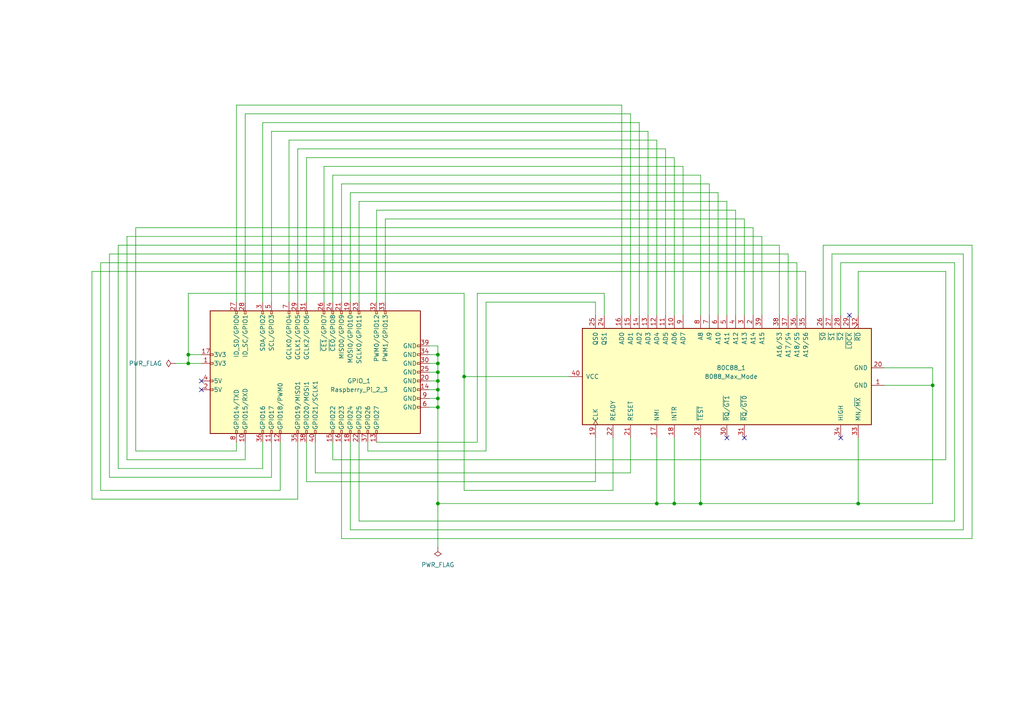
<source format=kicad_sch>
(kicad_sch (version 20211123) (generator eeschema)
  (paper "A4")
  (title_block (title "VirtualXT - RaspberryPI HW Validator") (date "2023-01-11") (rev "2"))
  (lib_symbols
    (symbol "Connector:Raspberry_Pi_2_3" (pin_names (offset 1.016))
      (property "Reference" "J" (at -17.78 31.75 0))
      (property "Value" "Raspberry_Pi_2_3" (at 10.16 -31.75 0))
      (symbol "Raspberry_Pi_2_3_0_1"
        (rectangle (start -17.78 30.48) (end 17.78 -30.48) (stroke (width 0.254)) (fill (type background)))
      )
      (symbol "Raspberry_Pi_2_3_1_1"
        (rectangle (start -16.891 -17.526) (end -17.78 -18.034))
        (rectangle (start -16.891 -14.986) (end -17.78 -15.494))
        (rectangle (start -16.891 -12.446) (end -17.78 -12.954))
        (rectangle (start -16.891 -9.906) (end -17.78 -10.414))
        (rectangle (start -16.891 -7.366) (end -17.78 -7.874))
        (rectangle (start -16.891 -4.826) (end -17.78 -5.334))
        (rectangle (start -16.891 0.254) (end -17.78 -0.254))
        (rectangle (start -16.891 2.794) (end -17.78 2.286))
        (rectangle (start -16.891 5.334) (end -17.78 4.826))
        (rectangle (start -16.891 10.414) (end -17.78 9.906))
        (rectangle (start -16.891 12.954) (end -17.78 12.446))
        (rectangle (start -16.891 15.494) (end -17.78 14.986))
        (rectangle (start -16.891 20.574) (end -17.78 20.066))
        (rectangle (start -16.891 23.114) (end -17.78 22.606))
        (rectangle (start -10.414 -29.591) (end -9.906 -30.48))
        (rectangle (start -7.874 -29.591) (end -7.366 -30.48))
        (rectangle (start -5.334 -29.591) (end -4.826 -30.48))
        (rectangle (start -5.334 30.48) (end -4.826 29.591))
        (rectangle (start -2.794 -29.591) (end -2.286 -30.48))
        (rectangle (start -2.794 30.48) (end -2.286 29.591))
        (rectangle (start -0.254 -29.591) (end 0.254 -30.48))
        (rectangle (start 2.286 -29.591) (end 2.794 -30.48))
        (rectangle (start 2.286 30.48) (end 2.794 29.591))
        (rectangle (start 4.826 -29.591) (end 5.334 -30.48))
        (rectangle (start 4.826 30.48) (end 5.334 29.591))
        (rectangle (start 7.366 -29.591) (end 7.874 -30.48))
        (rectangle (start 17.78 -20.066) (end 16.891 -20.574))
        (rectangle (start 17.78 -17.526) (end 16.891 -18.034))
        (rectangle (start 17.78 -12.446) (end 16.891 -12.954))
        (rectangle (start 17.78 -9.906) (end 16.891 -10.414))
        (rectangle (start 17.78 -7.366) (end 16.891 -7.874))
        (rectangle (start 17.78 -4.826) (end 16.891 -5.334))
        (rectangle (start 17.78 -2.286) (end 16.891 -2.794))
        (rectangle (start 17.78 2.794) (end 16.891 2.286))
        (rectangle (start 17.78 5.334) (end 16.891 4.826))
        (rectangle (start 17.78 7.874) (end 16.891 7.366))
        (rectangle (start 17.78 12.954) (end 16.891 12.446))
        (rectangle (start 17.78 15.494) (end 16.891 14.986))
        (rectangle (start 17.78 20.574) (end 16.891 20.066))
        (rectangle (start 17.78 23.114) (end 16.891 22.606))
        (pin power_in line (at 2.54 33.02 270) (length 2.54) (name "3V3") (number "1"))
        (pin bidirectional line (at -20.32 20.32 0) (length 2.54) (name "GPIO15/RXD") (number "10"))
        (pin bidirectional line (at -20.32 12.7 0) (length 2.54) (name "GPIO17") (number "11"))
        (pin bidirectional line (at -20.32 10.16 0) (length 2.54) (name "GPIO18/PWM0") (number "12"))
        (pin bidirectional line (at -20.32 -17.78 0) (length 2.54) (name "GPIO27") (number "13"))
        (pin power_in line (at -5.08 -33.02 90) (length 2.54) (name "GND") (number "14"))
        (pin bidirectional line (at -20.32 -5.08 0) (length 2.54) (name "GPIO22") (number "15"))
        (pin bidirectional line (at -20.32 -7.62 0) (length 2.54) (name "GPIO23") (number "16"))
        (pin power_in line (at 5.08 33.02 270) (length 2.54) (name "3V3") (number "17"))
        (pin bidirectional line (at -20.32 -10.16 0) (length 2.54) (name "GPIO24") (number "18"))
        (pin bidirectional line (at 20.32 -10.16 180) (length 2.54) (name "MOSI0/GPIO10") (number "19"))
        (pin power_in line (at -5.08 33.02 270) (length 2.54) (name "5V") (number "2"))
        (pin power_in line (at -2.54 -33.02 90) (length 2.54) (name "GND") (number "20"))
        (pin bidirectional line (at 20.32 -7.62 180) (length 2.54) (name "MISO0/GPIO9") (number "21"))
        (pin bidirectional line (at -20.32 -12.7 0) (length 2.54) (name "GPIO25") (number "22"))
        (pin bidirectional line (at 20.32 -12.7 180) (length 2.54) (name "SCLK0/GPIO11") (number "23"))
        (pin bidirectional line (at 20.32 -5.08 180) (length 2.54) (name "~{CE0}/GPIO8") (number "24"))
        (pin power_in line (at 0 -33.02 90) (length 2.54) (name "GND") (number "25"))
        (pin bidirectional line (at 20.32 -2.54 180) (length 2.54) (name "~{CE1}/GPIO7") (number "26"))
        (pin bidirectional line (at 20.32 22.86 180) (length 2.54) (name "ID_SD/GPIO0") (number "27"))
        (pin bidirectional line (at 20.32 20.32 180) (length 2.54) (name "ID_SC/GPIO1") (number "28"))
        (pin bidirectional line (at 20.32 5.08 180) (length 2.54) (name "GCLK1/GPIO5") (number "29"))
        (pin bidirectional line (at 20.32 15.24 180) (length 2.54) (name "SDA/GPIO2") (number "3"))
        (pin power_in line (at 2.54 -33.02 90) (length 2.54) (name "GND") (number "30"))
        (pin bidirectional line (at 20.32 2.54 180) (length 2.54) (name "GCLK2/GPIO6") (number "31"))
        (pin bidirectional line (at 20.32 -17.78 180) (length 2.54) (name "PWM0/GPIO12") (number "32"))
        (pin bidirectional line (at 20.32 -20.32 180) (length 2.54) (name "PWM1/GPIO13") (number "33"))
        (pin power_in line (at 5.08 -33.02 90) (length 2.54) (name "GND") (number "34"))
        (pin bidirectional line (at -20.32 5.08 0) (length 2.54) (name "GPIO19/MISO1") (number "35"))
        (pin bidirectional line (at -20.32 15.24 0) (length 2.54) (name "GPIO16") (number "36"))
        (pin bidirectional line (at -20.32 -15.24 0) (length 2.54) (name "GPIO26") (number "37"))
        (pin bidirectional line (at -20.32 2.54 0) (length 2.54) (name "GPIO20/MOSI1") (number "38"))
        (pin power_in line (at 7.62 -33.02 90) (length 2.54) (name "GND") (number "39"))
        (pin power_in line (at -2.54 33.02 270) (length 2.54) (name "5V") (number "4"))
        (pin bidirectional line (at -20.32 0 0) (length 2.54) (name "GPIO21/SCLK1") (number "40"))
        (pin bidirectional line (at 20.32 12.7 180) (length 2.54) (name "SCL/GPIO3") (number "5"))
        (pin power_in line (at -10.16 -33.02 90) (length 2.54) (name "GND") (number "6"))
        (pin bidirectional line (at 20.32 7.62 180) (length 2.54) (name "GCLK0/GPIO4") (number "7"))
        (pin bidirectional line (at -20.32 22.86 0) (length 2.54) (name "GPIO14/TXD") (number "8"))
        (pin power_in line (at -7.62 -33.02 90) (length 2.54) (name "GND") (number "9"))
      )
    )
    (symbol "MCU_Intel:8088_Max_Mode" (pin_names (offset 1.016))
      (property "Reference" "U" (at -12.7 43.18 0))
      (property "Value" "8088_Max_Mode" (at 10.16 43.18 0))
      (symbol "8088_Max_Mode_0_1"
        (rectangle (start 13.97 -41.91) (end -13.97 41.91) (stroke (width 0.254)) (fill (type background)))
      )
      (symbol "8088_Max_Mode_1_1"
        (pin power_in line (at -2.54 -45.72 90) (length 3.81) (name "GND") (number "1"))
        (pin bidirectional line (at 17.78 15.24 180) (length 3.81) (name "AD6") (number "10"))
        (pin bidirectional line (at 17.78 17.78 180) (length 3.81) (name "AD5") (number "11"))
        (pin bidirectional line (at 17.78 20.32 180) (length 3.81) (name "AD4") (number "12"))
        (pin bidirectional line (at 17.78 22.86 180) (length 3.81) (name "AD3") (number "13"))
        (pin bidirectional line (at 17.78 25.4 180) (length 3.81) (name "AD2") (number "14"))
        (pin bidirectional line (at 17.78 27.94 180) (length 3.81) (name "AD1") (number "15"))
        (pin bidirectional line (at 17.78 30.48 180) (length 3.81) (name "AD0") (number "16"))
        (pin input line (at -17.78 20.32 0) (length 3.81) (name "NMI") (number "17"))
        (pin input line (at -17.78 15.24 0) (length 3.81) (name "INTR") (number "18"))
        (pin input clock (at -17.78 38.1 0) (length 3.81) (name "CLK") (number "19"))
        (pin output line (at 17.78 -7.62 180) (length 3.81) (name "A14") (number "2"))
        (pin power_in line (at 2.54 -45.72 90) (length 3.81) (name "GND") (number "20"))
        (pin input line (at -17.78 27.94 0) (length 3.81) (name "RESET") (number "21"))
        (pin input line (at -17.78 33.02 0) (length 3.81) (name "READY") (number "22"))
        (pin input line (at -17.78 7.62 0) (length 3.81) (name "~{TEST}") (number "23"))
        (pin output line (at 17.78 35.56 180) (length 3.81) (name "QS1") (number "24"))
        (pin output line (at 17.78 38.1 180) (length 3.81) (name "QS0") (number "25"))
        (pin output line (at 17.78 -27.94 180) (length 3.81) (name "~{S0}") (number "26"))
        (pin output line (at 17.78 -30.48 180) (length 3.81) (name "~{S1}") (number "27"))
        (pin output line (at 17.78 -33.02 180) (length 3.81) (name "~{S2}") (number "28"))
        (pin output line (at 17.78 -35.56 180) (length 3.81) (name "~{LOCK}") (number "29"))
        (pin output line (at 17.78 -5.08 180) (length 3.81) (name "A13") (number "3"))
        (pin bidirectional line (at -17.78 0 0) (length 3.81) (name "~{RQ}/~{GT1}") (number "30"))
        (pin bidirectional line (at -17.78 -5.08 0) (length 3.81) (name "~{RQ}/~{GT0}") (number "31"))
        (pin output output_low (at 17.78 -38.1 180) (length 3.81) (name "~{RD}") (number "32"))
        (pin input line (at -17.78 -38.1 0) (length 3.81) (name "MN/~{MX}") (number "33"))
        (pin output line (at -17.78 -33.02 0) (length 3.81) (name "HIGH") (number "34"))
        (pin output line (at 17.78 -22.86 180) (length 3.81) (name "A19/S6") (number "35"))
        (pin output line (at 17.78 -20.32 180) (length 3.81) (name "A18/S5") (number "36"))
        (pin output line (at 17.78 -17.78 180) (length 3.81) (name "A17/S4") (number "37"))
        (pin output line (at 17.78 -15.24 180) (length 3.81) (name "A16/S3") (number "38"))
        (pin output line (at 17.78 -10.16 180) (length 3.81) (name "A15") (number "39"))
        (pin output line (at 17.78 -2.54 180) (length 3.81) (name "A12") (number "4"))
        (pin power_in line (at 0 45.72 270) (length 3.81) (name "VCC") (number "40"))
        (pin output line (at 17.78 0 180) (length 3.81) (name "A11") (number "5"))
        (pin output line (at 17.78 2.54 180) (length 3.81) (name "A10") (number "6"))
        (pin output line (at 17.78 5.08 180) (length 3.81) (name "A9") (number "7"))
        (pin output line (at 17.78 7.62 180) (length 3.81) (name "A8") (number "8"))
        (pin bidirectional line (at 17.78 12.7 180) (length 3.81) (name "AD7") (number "9"))
      )
    )
    (symbol "power:PWR_FLAG" (power) (pin_numbers hide) (pin_names (offset 0) hide)
      (property "Value" "PWR_FLAG" (at 0 3.81 0))
      (symbol "PWR_FLAG_0_0"
        (pin power_out line (at 0 0 90) (length 0) (name "pwr") (number "1"))
      )
      (symbol "PWR_FLAG_0_1"
        (polyline (pts (xy 0 0) (xy 0 1.27) (xy -1.016 1.905) (xy 0 2.54) (xy 1.016 1.905) (xy 0 1.27)))
      )
    )
  )
  (junction (at 248.92 146.05))
  (junction (at 54.61 105.41))
  (junction (at 127 118.11))
  (junction (at 127 146.05))
  (junction (at 195.58 146.05))
  (junction (at 134.62 109.22))
  (junction (at 190.5 146.05))
  (junction (at 127 105.41))
  (junction (at 127 107.95))
  (junction (at 127 102.87))
  (junction (at 127 110.49))
  (junction (at 54.61 102.87))
  (junction (at 203.2 146.05))
  (junction (at 127 115.57))
  (junction (at 127 113.03))
  (junction (at 270.51 111.76))
  (no_connect (at 210.82 127))
  (no_connect (at 58.42 110.49))
  (no_connect (at 58.42 113.03))
  (no_connect (at 246.38 91.44))
  (no_connect (at 215.9 127))
  (no_connect (at 243.84 127))
  (wire (pts (xy 177.8 127) (xy 177.8 142.24)))
  (wire (pts (xy 140.97 130.81) (xy 140.97 87.63)))
  (wire (pts (xy 180.34 30.48) (xy 180.34 91.44)))
  (wire (pts (xy 195.58 146.05) (xy 203.2 146.05)))
  (wire (pts (xy 243.84 76.2) (xy 243.84 91.44)))
  (wire (pts (xy 127 113.03) (xy 127 115.57)))
  (wire (pts (xy 54.61 85.09) (xy 134.62 85.09)))
  (wire (pts (xy 124.46 118.11) (xy 127 118.11)))
  (wire (pts (xy 124.46 100.33) (xy 127 100.33)))
  (wire (pts (xy 78.74 38.1) (xy 78.74 87.63)))
  (wire (pts (xy 104.14 58.42) (xy 104.14 87.63)))
  (wire (pts (xy 276.86 76.2) (xy 276.86 151.13)))
  (wire (pts (xy 190.5 146.05) (xy 195.58 146.05)))
  (wire (pts (xy 281.94 71.12) (xy 238.76 71.12)))
  (wire (pts (xy 172.72 139.7) (xy 88.9 139.7)))
  (wire (pts (xy 276.86 151.13) (xy 104.14 151.13)))
  (wire (pts (xy 88.9 45.72) (xy 88.9 87.63)))
  (wire (pts (xy 99.06 128.27) (xy 99.06 156.21)))
  (wire (pts (xy 96.52 50.8) (xy 203.2 50.8)))
  (wire (pts (xy 134.62 85.09) (xy 134.62 109.22)))
  (wire (pts (xy 208.28 55.88) (xy 208.28 91.44)))
  (wire (pts (xy 39.37 66.04) (xy 218.44 66.04)))
  (wire (pts (xy 281.94 156.21) (xy 281.94 71.12)))
  (wire (pts (xy 71.12 33.02) (xy 71.12 87.63)))
  (wire (pts (xy 134.62 109.22) (xy 134.62 142.24)))
  (wire (pts (xy 274.32 78.74) (xy 248.92 78.74)))
  (wire (pts (xy 270.51 111.76) (xy 270.51 106.68)))
  (wire (pts (xy 104.14 151.13) (xy 104.14 128.27)))
  (wire (pts (xy 228.6 73.66) (xy 228.6 91.44)))
  (wire (pts (xy 111.76 63.5) (xy 111.76 87.63)))
  (wire (pts (xy 279.4 73.66) (xy 279.4 153.67)))
  (wire (pts (xy 127 100.33) (xy 127 102.87)))
  (wire (pts (xy 106.68 130.81) (xy 140.97 130.81)))
  (wire (pts (xy 34.29 71.12) (xy 34.29 135.89)))
  (wire (pts (xy 54.61 102.87) (xy 54.61 85.09)))
  (wire (pts (xy 127 146.05) (xy 127 158.75)))
  (wire (pts (xy 187.96 38.1) (xy 187.96 91.44)))
  (wire (pts (xy 203.2 127) (xy 203.2 146.05)))
  (wire (pts (xy 36.83 68.58) (xy 36.83 133.35)))
  (wire (pts (xy 127 102.87) (xy 127 105.41)))
  (wire (pts (xy 68.58 30.48) (xy 180.34 30.48)))
  (wire (pts (xy 93.98 48.26) (xy 198.12 48.26)))
  (wire (pts (xy 127 146.05) (xy 190.5 146.05)))
  (wire (pts (xy 86.36 43.18) (xy 193.04 43.18)))
  (wire (pts (xy 36.83 133.35) (xy 71.12 133.35)))
  (wire (pts (xy 29.21 142.24) (xy 81.28 142.24)))
  (wire (pts (xy 96.52 50.8) (xy 96.52 87.63)))
  (wire (pts (xy 109.22 60.96) (xy 213.36 60.96)))
  (wire (pts (xy 78.74 138.43) (xy 31.75 138.43)))
  (wire (pts (xy 238.76 71.12) (xy 238.76 91.44)))
  (wire (pts (xy 233.68 78.74) (xy 233.68 91.44)))
  (wire (pts (xy 99.06 156.21) (xy 281.94 156.21)))
  (wire (pts (xy 68.58 30.48) (xy 68.58 87.63)))
  (wire (pts (xy 193.04 43.18) (xy 193.04 91.44)))
  (wire (pts (xy 182.88 127) (xy 182.88 137.16)))
  (wire (pts (xy 218.44 66.04) (xy 218.44 91.44)))
  (wire (pts (xy 226.06 71.12) (xy 226.06 91.44)))
  (wire (pts (xy 124.46 110.49) (xy 127 110.49)))
  (wire (pts (xy 104.14 58.42) (xy 210.82 58.42)))
  (wire (pts (xy 31.75 138.43) (xy 31.75 73.66)))
  (wire (pts (xy 68.58 130.81) (xy 39.37 130.81)))
  (wire (pts (xy 256.54 111.76) (xy 270.51 111.76)))
  (wire (pts (xy 190.5 127) (xy 190.5 146.05)))
  (wire (pts (xy 86.36 144.78) (xy 26.67 144.78)))
  (wire (pts (xy 175.26 85.09) (xy 175.26 91.44)))
  (wire (pts (xy 86.36 128.27) (xy 86.36 144.78)))
  (wire (pts (xy 203.2 50.8) (xy 203.2 91.44)))
  (wire (pts (xy 34.29 71.12) (xy 226.06 71.12)))
  (wire (pts (xy 99.06 53.34) (xy 205.74 53.34)))
  (wire (pts (xy 185.42 35.56) (xy 185.42 91.44)))
  (wire (pts (xy 279.4 153.67) (xy 101.6 153.67)))
  (wire (pts (xy 81.28 142.24) (xy 81.28 128.27)))
  (wire (pts (xy 198.12 48.26) (xy 198.12 91.44)))
  (wire (pts (xy 71.12 33.02) (xy 182.88 33.02)))
  (wire (pts (xy 83.82 40.64) (xy 190.5 40.64)))
  (wire (pts (xy 124.46 115.57) (xy 127 115.57)))
  (wire (pts (xy 213.36 60.96) (xy 213.36 91.44)))
  (wire (pts (xy 36.83 68.58) (xy 220.98 68.58)))
  (wire (pts (xy 76.2 35.56) (xy 76.2 87.63)))
  (wire (pts (xy 127 118.11) (xy 127 146.05)))
  (wire (pts (xy 127 107.95) (xy 127 110.49)))
  (wire (pts (xy 26.67 144.78) (xy 26.67 78.74)))
  (wire (pts (xy 127 110.49) (xy 127 113.03)))
  (wire (pts (xy 215.9 63.5) (xy 215.9 91.44)))
  (wire (pts (xy 50.8 105.41) (xy 54.61 105.41)))
  (wire (pts (xy 96.52 133.35) (xy 274.32 133.35)))
  (wire (pts (xy 76.2 35.56) (xy 185.42 35.56)))
  (wire (pts (xy 172.72 87.63) (xy 172.72 91.44)))
  (wire (pts (xy 134.62 109.22) (xy 165.1 109.22)))
  (wire (pts (xy 124.46 113.03) (xy 127 113.03)))
  (wire (pts (xy 270.51 146.05) (xy 270.51 111.76)))
  (wire (pts (xy 127 105.41) (xy 127 107.95)))
  (wire (pts (xy 83.82 40.64) (xy 83.82 87.63)))
  (wire (pts (xy 274.32 78.74) (xy 274.32 133.35)))
  (wire (pts (xy 172.72 127) (xy 172.72 139.7)))
  (wire (pts (xy 205.74 53.34) (xy 205.74 91.44)))
  (wire (pts (xy 241.3 73.66) (xy 279.4 73.66)))
  (wire (pts (xy 29.21 76.2) (xy 231.14 76.2)))
  (wire (pts (xy 78.74 38.1) (xy 187.96 38.1)))
  (wire (pts (xy 26.67 78.74) (xy 233.68 78.74)))
  (wire (pts (xy 78.74 128.27) (xy 78.74 138.43)))
  (wire (pts (xy 177.8 142.24) (xy 134.62 142.24)))
  (wire (pts (xy 195.58 127) (xy 195.58 146.05)))
  (wire (pts (xy 76.2 135.89) (xy 76.2 128.27)))
  (wire (pts (xy 243.84 76.2) (xy 276.86 76.2)))
  (wire (pts (xy 109.22 60.96) (xy 109.22 87.63)))
  (wire (pts (xy 127 115.57) (xy 127 118.11)))
  (wire (pts (xy 138.43 85.09) (xy 175.26 85.09)))
  (wire (pts (xy 124.46 105.41) (xy 127 105.41)))
  (wire (pts (xy 71.12 133.35) (xy 71.12 128.27)))
  (wire (pts (xy 101.6 55.88) (xy 101.6 87.63)))
  (wire (pts (xy 106.68 128.27) (xy 106.68 130.81)))
  (wire (pts (xy 29.21 76.2) (xy 29.21 142.24)))
  (wire (pts (xy 54.61 102.87) (xy 54.61 105.41)))
  (wire (pts (xy 109.22 128.27) (xy 138.43 128.27)))
  (wire (pts (xy 91.44 128.27) (xy 91.44 137.16)))
  (wire (pts (xy 39.37 66.04) (xy 39.37 130.81)))
  (wire (pts (xy 270.51 106.68) (xy 256.54 106.68)))
  (wire (pts (xy 96.52 128.27) (xy 96.52 133.35)))
  (wire (pts (xy 54.61 102.87) (xy 58.42 102.87)))
  (wire (pts (xy 231.14 76.2) (xy 231.14 91.44)))
  (wire (pts (xy 241.3 73.66) (xy 241.3 91.44)))
  (wire (pts (xy 99.06 53.34) (xy 99.06 87.63)))
  (wire (pts (xy 182.88 137.16) (xy 91.44 137.16)))
  (wire (pts (xy 93.98 48.26) (xy 93.98 87.63)))
  (wire (pts (xy 54.61 105.41) (xy 58.42 105.41)))
  (wire (pts (xy 101.6 55.88) (xy 208.28 55.88)))
  (wire (pts (xy 140.97 87.63) (xy 172.72 87.63)))
  (wire (pts (xy 34.29 135.89) (xy 76.2 135.89)))
  (wire (pts (xy 190.5 40.64) (xy 190.5 91.44)))
  (wire (pts (xy 111.76 63.5) (xy 215.9 63.5)))
  (wire (pts (xy 248.92 78.74) (xy 248.92 91.44)))
  (wire (pts (xy 138.43 128.27) (xy 138.43 85.09)))
  (wire (pts (xy 124.46 102.87) (xy 127 102.87)))
  (wire (pts (xy 248.92 146.05) (xy 270.51 146.05)))
  (wire (pts (xy 195.58 45.72) (xy 195.58 91.44)))
  (wire (pts (xy 124.46 107.95) (xy 127 107.95)))
  (wire (pts (xy 182.88 33.02) (xy 182.88 91.44)))
  (wire (pts (xy 88.9 45.72) (xy 195.58 45.72)))
  (wire (pts (xy 31.75 73.66) (xy 228.6 73.66)))
  (wire (pts (xy 68.58 128.27) (xy 68.58 130.81)))
  (wire (pts (xy 203.2 146.05) (xy 248.92 146.05)))
  (wire (pts (xy 210.82 58.42) (xy 210.82 91.44)))
  (wire (pts (xy 220.98 68.58) (xy 220.98 91.44)))
  (wire (pts (xy 101.6 128.27) (xy 101.6 153.67)))
  (wire (pts (xy 88.9 128.27) (xy 88.9 139.7)))
  (wire (pts (xy 86.36 43.18) (xy 86.36 87.63)))
  (wire (pts (xy 248.92 127) (xy 248.92 146.05)))
  (symbol (lib_id "Connector:Raspberry_Pi_2_3") (at 91.44 107.95 90) (unit 1)
    (property "Reference" "GPIO_1" (at 104.14 110.49 90))
    (property "Value" "Raspberry_Pi_2_3" (at 104.14 113.03 90))
    (property "Footprint" "Connector_PinSocket_2.54mm:PinSocket_2x20_P2.54mm_Vertical" (effects hide))
    (property "Datasheet" "https://www.raspberrypi.org/documentation/hardware/raspberrypi/schematics/rpi_SCH_3bplus_1p0_reduced.pdf" (effects hide))
  )
  (symbol (lib_id "MCU_Intel:8088_Max_Mode") (at 210.82 109.22 90) (unit 1)
    (property "Reference" "80C88_1" (at 212.09 106.68 90))
    (property "Value" "8088_Max_Mode" (at 212.09 109.22 90))
    (property "Footprint" "Package_DIP:DIP-40_W15.24mm" (effects hide))
    (property "Datasheet" "http://datasheets.chipdb.org/Intel/x86/808x/datashts/8088/231456-006.pdf" (effects hide))
  )
  (symbol (lib_id "power:PWR_FLAG") (at 50.8 105.41 90) (unit 1)
    (property "Reference" "#FLG0101" (effects hide))
    (property "Value" "PWR_FLAG" (at 46.99 105.4099 90) (effects (justify left)))
  )
  (symbol (lib_id "power:PWR_FLAG") (at 127 158.75 180) (unit 1)
    (property "Reference" "#FLG0102" (effects hide))
    (property "Value" "PWR_FLAG" (at 127 163.83 0))
  )
)
</source>
